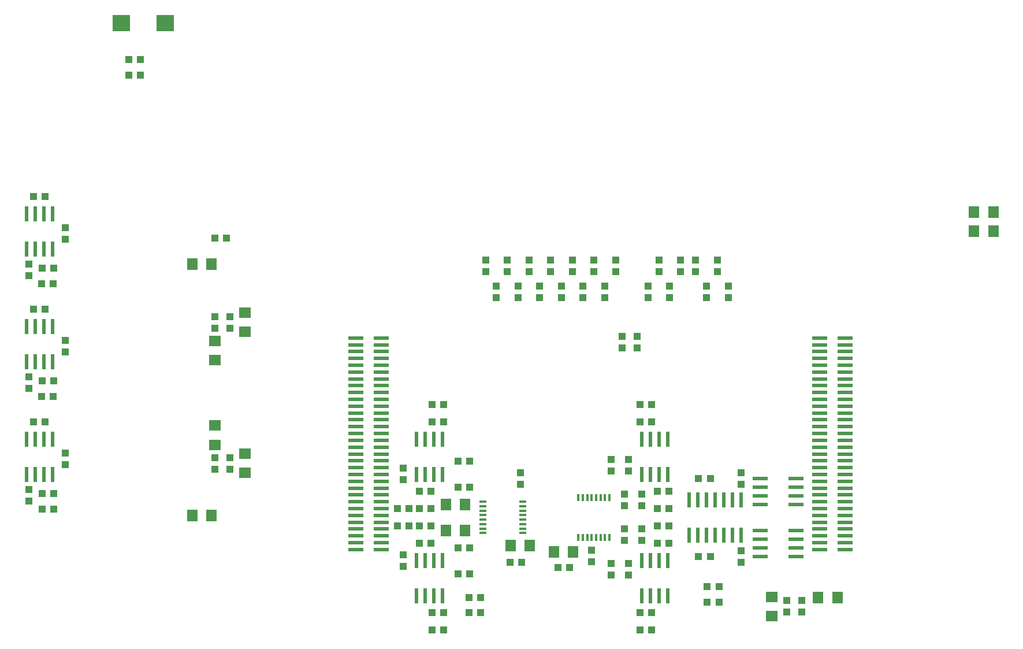
<source format=gtp>
G75*
G70*
%OFA0B0*%
%FSLAX24Y24*%
%IPPOS*%
%LPD*%
%AMOC8*
5,1,8,0,0,1.08239X$1,22.5*
%
%ADD10R,0.0630X0.0709*%
%ADD11R,0.0390X0.0120*%
%ADD12R,0.0433X0.0394*%
%ADD13R,0.0394X0.0433*%
%ADD14R,0.0236X0.0866*%
%ADD15R,0.0709X0.0630*%
%ADD16R,0.0710X0.0630*%
%ADD17R,0.0630X0.0710*%
%ADD18R,0.0866X0.0236*%
%ADD19R,0.1024X0.0945*%
%ADD20R,0.0120X0.0390*%
%ADD21R,0.0906X0.0236*%
D10*
X026775Y007062D03*
X027878Y007062D03*
X027878Y008562D03*
X026775Y008562D03*
X030525Y006187D03*
X031628Y006187D03*
X033025Y005812D03*
X034128Y005812D03*
D11*
X031225Y006917D03*
X031225Y007173D03*
X031225Y007429D03*
X031225Y007684D03*
X031225Y007940D03*
X031225Y008196D03*
X031225Y008452D03*
X031225Y008708D03*
X028928Y008708D03*
X028928Y008452D03*
X028928Y008196D03*
X028928Y007940D03*
X028928Y007684D03*
X028928Y007429D03*
X028928Y007173D03*
X028928Y006917D03*
D12*
X003492Y008281D03*
X004161Y008281D03*
X004161Y009187D03*
X003492Y009187D03*
X003661Y013312D03*
X002992Y013312D03*
X003461Y014781D03*
X004130Y014781D03*
X004161Y015687D03*
X003492Y015687D03*
X003661Y019812D03*
X002992Y019812D03*
X003461Y021281D03*
X004130Y021281D03*
X004161Y022187D03*
X003492Y022187D03*
X003661Y026312D03*
X002992Y026312D03*
X008492Y033312D03*
X009161Y033312D03*
X009161Y034219D03*
X008492Y034219D03*
X013461Y023937D03*
X014130Y023937D03*
X025992Y014312D03*
X026661Y014312D03*
X026661Y013312D03*
X025992Y013312D03*
X027492Y011062D03*
X028161Y011062D03*
X028161Y009562D03*
X027492Y009562D03*
X025911Y009312D03*
X025242Y009312D03*
X025242Y008312D03*
X024661Y008312D03*
X023992Y008312D03*
X023992Y007312D03*
X024661Y007312D03*
X025242Y007312D03*
X025911Y007312D03*
X025911Y006312D03*
X025242Y006312D03*
X027492Y006062D03*
X028161Y006062D03*
X028161Y004562D03*
X027492Y004562D03*
X028117Y003187D03*
X028786Y003187D03*
X028786Y002312D03*
X028117Y002312D03*
X026661Y002312D03*
X025992Y002312D03*
X025992Y001312D03*
X026661Y001312D03*
X030492Y005219D03*
X031161Y005219D03*
X033242Y004937D03*
X033911Y004937D03*
X037992Y002312D03*
X038661Y002312D03*
X038661Y001312D03*
X037992Y001312D03*
X041867Y002937D03*
X042536Y002937D03*
X042536Y003812D03*
X041867Y003812D03*
X042036Y005562D03*
X041367Y005562D03*
X039661Y006312D03*
X038992Y006312D03*
X038992Y007312D03*
X039661Y007312D03*
X039661Y008312D03*
X038992Y008312D03*
X038992Y009312D03*
X039661Y009312D03*
X041367Y010062D03*
X042036Y010062D03*
X038661Y013312D03*
X037992Y013312D03*
X037992Y014312D03*
X038661Y014312D03*
X025911Y008312D03*
D13*
X024326Y009978D03*
X024326Y010647D03*
X024326Y005647D03*
X024326Y004978D03*
X031076Y009728D03*
X031076Y010397D03*
X036326Y010478D03*
X036326Y011147D03*
X037326Y011147D03*
X037326Y010478D03*
X037076Y009147D03*
X037076Y008478D03*
X038076Y008478D03*
X038076Y009147D03*
X038076Y007147D03*
X038076Y006478D03*
X037076Y006478D03*
X037076Y007147D03*
X035170Y005928D03*
X035170Y005259D03*
X036326Y005147D03*
X036326Y004478D03*
X037326Y004478D03*
X037326Y005147D03*
X043826Y005228D03*
X043826Y005897D03*
X046451Y003022D03*
X046451Y002353D03*
X047326Y002353D03*
X047326Y003022D03*
X043826Y009728D03*
X043826Y010397D03*
X037826Y017603D03*
X037826Y018272D03*
X036951Y018272D03*
X036951Y017603D03*
X035951Y020478D03*
X035951Y021147D03*
X035326Y021978D03*
X035326Y022647D03*
X034076Y022647D03*
X034076Y021978D03*
X033451Y021147D03*
X033451Y020478D03*
X032201Y020478D03*
X032201Y021147D03*
X031576Y021978D03*
X031576Y022647D03*
X030326Y022647D03*
X030326Y021978D03*
X029701Y021147D03*
X029701Y020478D03*
X030951Y020478D03*
X030951Y021147D03*
X029076Y021978D03*
X029076Y022647D03*
X032826Y022647D03*
X032826Y021978D03*
X034701Y021147D03*
X034701Y020478D03*
X036576Y021978D03*
X036576Y022647D03*
X038451Y021147D03*
X038451Y020478D03*
X039701Y020478D03*
X039701Y021147D03*
X039076Y021978D03*
X039076Y022647D03*
X040326Y022647D03*
X040326Y021978D03*
X041201Y021978D03*
X041201Y022647D03*
X042451Y022647D03*
X042451Y021978D03*
X041826Y021147D03*
X041826Y020478D03*
X043076Y020478D03*
X043076Y021147D03*
X014326Y019397D03*
X014326Y018728D03*
X013451Y018728D03*
X013451Y019397D03*
X004826Y018022D03*
X004826Y017353D03*
X002733Y015928D03*
X002733Y015259D03*
X004826Y011522D03*
X004826Y010853D03*
X002733Y009428D03*
X002733Y008759D03*
X013451Y010603D03*
X013451Y011272D03*
X014326Y011272D03*
X014326Y010603D03*
X002733Y021759D03*
X002733Y022428D03*
X004826Y023853D03*
X004826Y024522D03*
D14*
X004076Y025336D03*
X003576Y025336D03*
X003076Y025336D03*
X002576Y025336D03*
X002576Y023289D03*
X003076Y023289D03*
X003576Y023289D03*
X004076Y023289D03*
X004076Y018836D03*
X003576Y018836D03*
X003076Y018836D03*
X002576Y018836D03*
X002576Y016789D03*
X003076Y016789D03*
X003576Y016789D03*
X004076Y016789D03*
X004076Y012336D03*
X003576Y012336D03*
X003076Y012336D03*
X002576Y012336D03*
X002576Y010289D03*
X003076Y010289D03*
X003576Y010289D03*
X004076Y010289D03*
X025076Y010289D03*
X025576Y010289D03*
X026076Y010289D03*
X026576Y010289D03*
X026576Y012336D03*
X026076Y012336D03*
X025576Y012336D03*
X025076Y012336D03*
X025076Y005336D03*
X025576Y005336D03*
X026076Y005336D03*
X026576Y005336D03*
X026576Y003289D03*
X026076Y003289D03*
X025576Y003289D03*
X025076Y003289D03*
X038076Y003289D03*
X038576Y003289D03*
X039076Y003289D03*
X039576Y003289D03*
X039576Y005336D03*
X039076Y005336D03*
X038576Y005336D03*
X038076Y005336D03*
X040826Y006789D03*
X041326Y006789D03*
X041826Y006789D03*
X042326Y006789D03*
X042826Y006789D03*
X043326Y006789D03*
X043826Y006789D03*
X043826Y008836D03*
X043326Y008836D03*
X042826Y008836D03*
X042326Y008836D03*
X041826Y008836D03*
X041326Y008836D03*
X040826Y008836D03*
X039576Y010289D03*
X039076Y010289D03*
X038576Y010289D03*
X038076Y010289D03*
X038076Y012336D03*
X038576Y012336D03*
X039076Y012336D03*
X039576Y012336D03*
D15*
X045576Y003239D03*
X045576Y002136D03*
X015201Y010386D03*
X015201Y011489D03*
X015201Y018511D03*
X015201Y019614D03*
D16*
X013451Y017997D03*
X013451Y016878D03*
X013451Y013122D03*
X013451Y012003D03*
D17*
X013261Y007937D03*
X012142Y007937D03*
X012142Y022437D03*
X013261Y022437D03*
X048267Y003187D03*
X049386Y003187D03*
X057267Y024312D03*
X058386Y024312D03*
X058386Y025437D03*
X057267Y025437D03*
D18*
X046975Y010062D03*
X046975Y009562D03*
X046975Y009062D03*
X046975Y008562D03*
X046975Y007062D03*
X046975Y006562D03*
X046975Y006062D03*
X046975Y005562D03*
X044928Y005562D03*
X044928Y006062D03*
X044928Y006562D03*
X044928Y007062D03*
X044928Y008562D03*
X044928Y009062D03*
X044928Y009562D03*
X044928Y010062D03*
D19*
X010586Y036312D03*
X008067Y036312D03*
D20*
X034431Y008961D03*
X034687Y008961D03*
X034943Y008961D03*
X035199Y008961D03*
X035454Y008961D03*
X035710Y008961D03*
X035966Y008961D03*
X036222Y008961D03*
X036222Y006664D03*
X035966Y006664D03*
X035710Y006664D03*
X035454Y006664D03*
X035199Y006664D03*
X034943Y006664D03*
X034687Y006664D03*
X034431Y006664D03*
D21*
X023055Y006747D03*
X023055Y006354D03*
X023055Y005960D03*
X023055Y007141D03*
X023055Y007535D03*
X023055Y007929D03*
X023055Y008322D03*
X023055Y008716D03*
X023055Y009110D03*
X023055Y009503D03*
X023055Y009897D03*
X023055Y010291D03*
X023055Y010684D03*
X023055Y011078D03*
X023055Y011472D03*
X023055Y011866D03*
X023055Y012259D03*
X023055Y012653D03*
X023055Y013047D03*
X023055Y013440D03*
X023055Y013834D03*
X023055Y014228D03*
X023055Y014621D03*
X023055Y015015D03*
X023055Y015409D03*
X023055Y015803D03*
X023055Y016196D03*
X023055Y016590D03*
X023055Y016984D03*
X023055Y017377D03*
X023055Y017771D03*
X023055Y018165D03*
X021598Y018165D03*
X021598Y017771D03*
X021598Y017377D03*
X021598Y016984D03*
X021598Y016590D03*
X021598Y016196D03*
X021598Y015803D03*
X021598Y015409D03*
X021598Y015015D03*
X021598Y014621D03*
X021598Y014228D03*
X021598Y013834D03*
X021598Y013440D03*
X021598Y013047D03*
X021598Y012653D03*
X021598Y012259D03*
X021598Y011866D03*
X021598Y011472D03*
X021598Y011078D03*
X021598Y010684D03*
X021598Y010291D03*
X021598Y009897D03*
X021598Y009503D03*
X021598Y009110D03*
X021598Y008716D03*
X021598Y008322D03*
X021598Y007929D03*
X021598Y007535D03*
X021598Y007141D03*
X021598Y006747D03*
X021598Y006354D03*
X021598Y005960D03*
X048348Y005960D03*
X048348Y006354D03*
X048348Y006747D03*
X048348Y007141D03*
X048348Y007535D03*
X048348Y007929D03*
X048348Y008322D03*
X048348Y008716D03*
X048348Y009110D03*
X048348Y009503D03*
X048348Y009897D03*
X048348Y010291D03*
X048348Y010684D03*
X048348Y011078D03*
X048348Y011472D03*
X048348Y011866D03*
X048348Y012259D03*
X048348Y012653D03*
X048348Y013047D03*
X048348Y013440D03*
X048348Y013834D03*
X048348Y014228D03*
X048348Y014621D03*
X048348Y015015D03*
X048348Y015409D03*
X048348Y015803D03*
X048348Y016196D03*
X048348Y016590D03*
X048348Y016984D03*
X048348Y017377D03*
X048348Y017771D03*
X048348Y018165D03*
X049805Y018165D03*
X049805Y017771D03*
X049805Y017377D03*
X049805Y016984D03*
X049805Y016590D03*
X049805Y016196D03*
X049805Y015803D03*
X049805Y015409D03*
X049805Y015015D03*
X049805Y014621D03*
X049805Y014228D03*
X049805Y013834D03*
X049805Y013440D03*
X049805Y013047D03*
X049805Y012653D03*
X049805Y012259D03*
X049805Y011866D03*
X049805Y011472D03*
X049805Y011078D03*
X049805Y010684D03*
X049805Y010291D03*
X049805Y009897D03*
X049805Y009503D03*
X049805Y009110D03*
X049805Y008716D03*
X049805Y008322D03*
X049805Y007929D03*
X049805Y007535D03*
X049805Y007141D03*
X049805Y006747D03*
X049805Y006354D03*
X049805Y005960D03*
M02*

</source>
